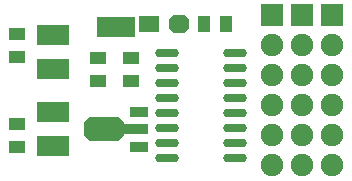
<source format=gts>
G04*
G04 #@! TF.GenerationSoftware,Altium Limited,Altium Designer,22.2.1 (43)*
G04*
G04 Layer_Color=8388736*
%FSTAX25Y25*%
%MOIN*%
G70*
G04*
G04 #@! TF.SameCoordinates,CAACB314-B994-4A0E-AD61-3740CE87C19C*
G04*
G04*
G04 #@! TF.FilePolarity,Negative*
G04*
G01*
G75*
%ADD27R,0.10800X0.06800*%
%ADD28O,0.07887X0.02965*%
%ADD29R,0.12611X0.06706*%
%ADD30R,0.06312X0.03359*%
%ADD31R,0.09068X0.03359*%
G04:AMPARAMS|DCode=32|XSize=82.8mil|YSize=133.98mil|CornerRadius=0mil|HoleSize=0mil|Usage=FLASHONLY|Rotation=270.000|XOffset=0mil|YOffset=0mil|HoleType=Round|Shape=Octagon|*
%AMOCTAGOND32*
4,1,8,0.06699,0.02070,0.06699,-0.02070,0.04629,-0.04140,-0.04629,-0.04140,-0.06699,-0.02070,-0.06699,0.02070,-0.04629,0.04140,0.04629,0.04140,0.06699,0.02070,0.0*
%
%ADD32OCTAGOND32*%

%ADD33R,0.05800X0.04300*%
%ADD34R,0.04300X0.05800*%
G04:AMPARAMS|DCode=35|XSize=68mil|YSize=58mil|CornerRadius=0mil|HoleSize=0mil|Usage=FLASHONLY|Rotation=0.000|XOffset=0mil|YOffset=0mil|HoleType=Round|Shape=Octagon|*
%AMOCTAGOND35*
4,1,8,0.03400,-0.01450,0.03400,0.01450,0.01950,0.02900,-0.01950,0.02900,-0.03400,0.01450,-0.03400,-0.01450,-0.01950,-0.02900,0.01950,-0.02900,0.03400,-0.01450,0.0*
%
%ADD35OCTAGOND35*%

%ADD36R,0.06800X0.05800*%
%ADD37R,0.07493X0.07493*%
%ADD38C,0.07493*%
D27*
X0017Y-0033091D02*
D03*
Y-0044509D02*
D03*
Y-0018909D02*
D03*
Y-0007491D02*
D03*
D28*
X0054847Y-00135D02*
D03*
Y-00185D02*
D03*
Y-00235D02*
D03*
Y-00285D02*
D03*
Y-00335D02*
D03*
Y-00385D02*
D03*
Y-00435D02*
D03*
Y-00485D02*
D03*
X00775Y-00135D02*
D03*
Y-00185D02*
D03*
Y-00235D02*
D03*
Y-00285D02*
D03*
Y-00335D02*
D03*
Y-00385D02*
D03*
Y-00435D02*
D03*
Y-00485D02*
D03*
D29*
X0038Y-0005D02*
D03*
D30*
X0045687Y-0044905D02*
D03*
Y-0033094D02*
D03*
D31*
X00444Y-0039D02*
D03*
D32*
X0034D02*
D03*
D33*
X0005Y-000726D02*
D03*
Y-001474D02*
D03*
X0005Y-004474D02*
D03*
Y-003726D02*
D03*
X0043Y-002274D02*
D03*
Y-0015259D02*
D03*
X0032Y-001526D02*
D03*
Y-002274D02*
D03*
D34*
X006726Y-0004D02*
D03*
X007474D02*
D03*
D35*
X0059Y-0004D02*
D03*
D36*
X0049D02*
D03*
D37*
X011Y-0001D02*
D03*
X01D02*
D03*
X009D02*
D03*
D38*
X011Y-0011D02*
D03*
Y-0021D02*
D03*
Y-0031D02*
D03*
Y-0041D02*
D03*
Y-0051D02*
D03*
X01Y-0011D02*
D03*
Y-0021D02*
D03*
Y-0031D02*
D03*
Y-0041D02*
D03*
Y-0051D02*
D03*
X009Y-0011D02*
D03*
Y-0021D02*
D03*
Y-0031D02*
D03*
Y-0041D02*
D03*
Y-0051D02*
D03*
M02*

</source>
